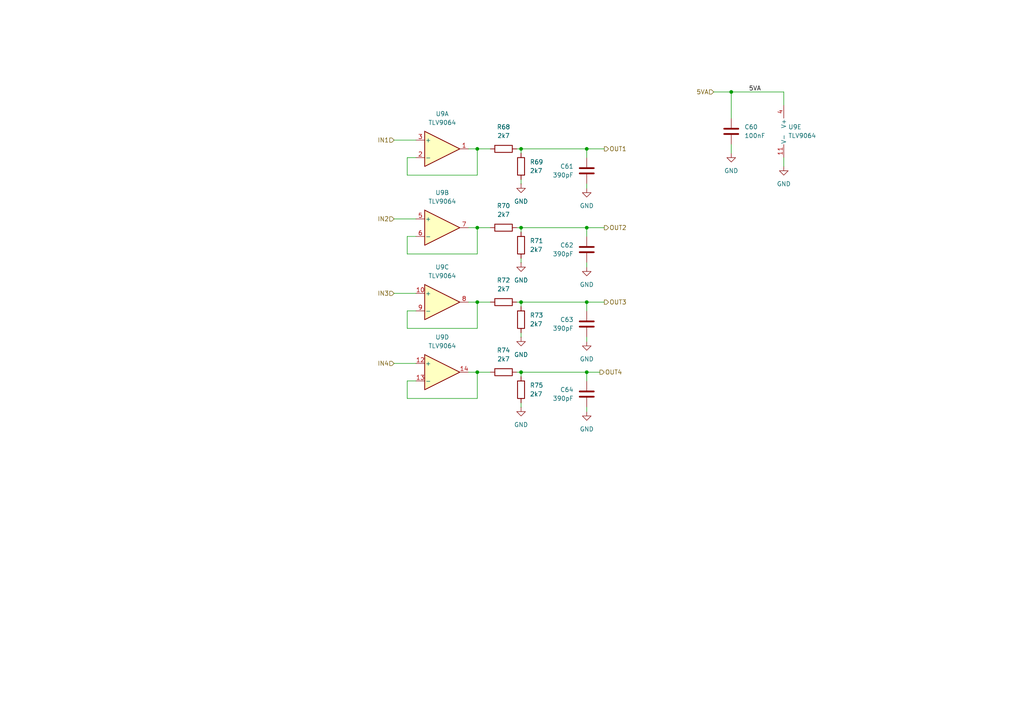
<source format=kicad_sch>
(kicad_sch (version 20231120) (generator "eeschema") (generator_version "8.0")
  (paper "A4")
  (lib_symbols
    (symbol "Amplifier_Operational:TLV9064" (pin_names (offset 0.127))
      (property "Reference" "U" (at 0 5.08 0))
      (property "Value" "TLV9064" (at 0 -5.08 0))
      (symbol "TLV9064_1_1"
        (polyline (pts (xy -5.08 5.08) (xy 5.08 0) (xy -5.08 -5.08) (xy -5.08 5.08)) (stroke (width 0.254)) (fill (type background)))
        (pin output line (at 7.62 0 180) (length 2.54) (name "~") (number "1"))
        (pin input line (at -7.62 -2.54 0) (length 2.54) (name "-") (number "2"))
        (pin input line (at -7.62 2.54 0) (length 2.54) (name "+") (number "3"))
      )
      (symbol "TLV9064_2_1"
        (polyline (pts (xy -5.08 5.08) (xy 5.08 0) (xy -5.08 -5.08) (xy -5.08 5.08)) (stroke (width 0.254)) (fill (type background)))
        (pin input line (at -7.62 2.54 0) (length 2.54) (name "+") (number "5"))
        (pin input line (at -7.62 -2.54 0) (length 2.54) (name "-") (number "6"))
        (pin output line (at 7.62 0 180) (length 2.54) (name "~") (number "7"))
      )
      (symbol "TLV9064_3_1"
        (polyline (pts (xy -5.08 5.08) (xy 5.08 0) (xy -5.08 -5.08) (xy -5.08 5.08)) (stroke (width 0.254)) (fill (type background)))
        (pin input line (at -7.62 2.54 0) (length 2.54) (name "+") (number "10"))
        (pin output line (at 7.62 0 180) (length 2.54) (name "~") (number "8"))
        (pin input line (at -7.62 -2.54 0) (length 2.54) (name "-") (number "9"))
      )
      (symbol "TLV9064_4_1"
        (polyline (pts (xy -5.08 5.08) (xy 5.08 0) (xy -5.08 -5.08) (xy -5.08 5.08)) (stroke (width 0.254)) (fill (type background)))
        (pin input line (at -7.62 2.54 0) (length 2.54) (name "+") (number "12"))
        (pin input line (at -7.62 -2.54 0) (length 2.54) (name "-") (number "13"))
        (pin output line (at 7.62 0 180) (length 2.54) (name "~") (number "14"))
      )
      (symbol "TLV9064_5_1"
        (pin power_in line (at -2.54 -7.62 90) (length 3.81) (name "V-") (number "11"))
        (pin power_in line (at -2.54 7.62 270) (length 3.81) (name "V+") (number "4"))
      )
    )
    (symbol "Device:C" (pin_numbers hide) (pin_names (offset 0.254))
      (property "Reference" "C" (at 0.635 2.54 0))
      (property "Value" "C" (at 0.635 -2.54 0))
      (symbol "C_0_1"
        (polyline (pts (xy -2.032 -0.762) (xy 2.032 -0.762)) (stroke (width 0.508)))
        (polyline (pts (xy -2.032 0.762) (xy 2.032 0.762)) (stroke (width 0.508)))
      )
      (symbol "C_1_1"
        (pin passive line (at 0 3.81 270) (length 2.794) (name "~") (number "1"))
        (pin passive line (at 0 -3.81 90) (length 2.794) (name "~") (number "2"))
      )
    )
    (symbol "Device:R" (pin_numbers hide) (pin_names (offset 0))
      (property "Reference" "R" (at 2.032 0 90))
      (property "Value" "R" (at 0 0 90))
      (symbol "R_0_1"
        (rectangle (start -1.016 -2.54) (end 1.016 2.54) (stroke (width 0.254)))
      )
      (symbol "R_1_1"
        (pin passive line (at 0 3.81 270) (length 1.27) (name "~") (number "1"))
        (pin passive line (at 0 -3.81 90) (length 1.27) (name "~") (number "2"))
      )
    )
    (symbol "power:GND" (power) (pin_numbers hide) (pin_names (offset 0) hide)
      (property "Value" "GND" (at 0 -3.81 0))
      (symbol "GND_0_1"
        (polyline (pts (xy 0 0) (xy 0 -1.27) (xy 1.27 -1.27) (xy 0 -2.54) (xy -1.27 -1.27) (xy 0 -1.27)))
      )
      (symbol "GND_1_1"
        (pin power_in line (at 0 0 270) (length 0) (name "~") (number "1"))
      )
    )
  )
  (junction (at 138.43 43.18))
  (junction (at 151.13 43.18))
  (junction (at 138.43 66.04))
  (junction (at 170.18 66.04))
  (junction (at 138.43 107.95))
  (junction (at 170.18 107.95))
  (junction (at 212.09 26.67))
  (junction (at 170.18 87.63))
  (junction (at 138.43 87.63))
  (junction (at 151.13 87.63))
  (junction (at 170.18 43.18))
  (junction (at 151.13 107.95))
  (junction (at 151.13 66.04))
  (wire (pts (xy 170.18 53.34) (xy 170.18 54.61)))
  (wire (pts (xy 118.11 73.66) (xy 138.43 73.66)))
  (wire (pts (xy 151.13 96.52) (xy 151.13 97.79)))
  (wire (pts (xy 138.43 87.63) (xy 135.89 87.63)))
  (wire (pts (xy 212.09 34.29) (xy 212.09 26.67)))
  (wire (pts (xy 170.18 76.2) (xy 170.18 77.47)))
  (wire (pts (xy 149.86 107.95) (xy 151.13 107.95)))
  (wire (pts (xy 170.18 118.11) (xy 170.18 119.38)))
  (wire (pts (xy 170.18 107.95) (xy 173.99 107.95)))
  (wire (pts (xy 151.13 66.04) (xy 151.13 67.31)))
  (wire (pts (xy 118.11 50.8) (xy 138.43 50.8)))
  (wire (pts (xy 118.11 95.25) (xy 138.43 95.25)))
  (wire (pts (xy 170.18 97.79) (xy 170.18 99.06)))
  (wire (pts (xy 138.43 107.95) (xy 142.24 107.95)))
  (wire (pts (xy 114.3 40.64) (xy 120.65 40.64)))
  (wire (pts (xy 138.43 107.95) (xy 135.89 107.95)))
  (wire (pts (xy 138.43 115.57) (xy 138.43 107.95)))
  (wire (pts (xy 138.43 50.8) (xy 138.43 43.18)))
  (wire (pts (xy 138.43 43.18) (xy 142.24 43.18)))
  (wire (pts (xy 138.43 66.04) (xy 135.89 66.04)))
  (wire (pts (xy 151.13 87.63) (xy 151.13 88.9)))
  (wire (pts (xy 212.09 26.67) (xy 227.33 26.67)))
  (wire (pts (xy 151.13 116.84) (xy 151.13 118.11)))
  (wire (pts (xy 114.3 105.41) (xy 120.65 105.41)))
  (wire (pts (xy 207.01 26.67) (xy 212.09 26.67)))
  (wire (pts (xy 151.13 66.04) (xy 170.18 66.04)))
  (wire (pts (xy 120.65 45.72) (xy 118.11 45.72)))
  (wire (pts (xy 118.11 90.17) (xy 118.11 95.25)))
  (wire (pts (xy 151.13 43.18) (xy 170.18 43.18)))
  (wire (pts (xy 114.3 85.09) (xy 120.65 85.09)))
  (wire (pts (xy 170.18 87.63) (xy 175.26 87.63)))
  (wire (pts (xy 170.18 66.04) (xy 170.18 68.58)))
  (wire (pts (xy 118.11 68.58) (xy 118.11 73.66)))
  (wire (pts (xy 170.18 66.04) (xy 175.26 66.04)))
  (wire (pts (xy 170.18 43.18) (xy 170.18 45.72)))
  (wire (pts (xy 118.11 45.72) (xy 118.11 50.8)))
  (wire (pts (xy 114.3 63.5) (xy 120.65 63.5)))
  (wire (pts (xy 170.18 87.63) (xy 170.18 90.17)))
  (wire (pts (xy 118.11 115.57) (xy 138.43 115.57)))
  (wire (pts (xy 149.86 43.18) (xy 151.13 43.18)))
  (wire (pts (xy 151.13 107.95) (xy 151.13 109.22)))
  (wire (pts (xy 151.13 52.07) (xy 151.13 53.34)))
  (wire (pts (xy 149.86 87.63) (xy 151.13 87.63)))
  (wire (pts (xy 138.43 73.66) (xy 138.43 66.04)))
  (wire (pts (xy 138.43 95.25) (xy 138.43 87.63)))
  (wire (pts (xy 120.65 110.49) (xy 118.11 110.49)))
  (wire (pts (xy 151.13 74.93) (xy 151.13 76.2)))
  (wire (pts (xy 151.13 43.18) (xy 151.13 44.45)))
  (wire (pts (xy 149.86 66.04) (xy 151.13 66.04)))
  (wire (pts (xy 120.65 68.58) (xy 118.11 68.58)))
  (wire (pts (xy 138.43 66.04) (xy 142.24 66.04)))
  (wire (pts (xy 151.13 107.95) (xy 170.18 107.95)))
  (wire (pts (xy 138.43 87.63) (xy 142.24 87.63)))
  (wire (pts (xy 227.33 26.67) (xy 227.33 30.48)))
  (wire (pts (xy 227.33 45.72) (xy 227.33 48.26)))
  (wire (pts (xy 138.43 43.18) (xy 135.89 43.18)))
  (wire (pts (xy 170.18 43.18) (xy 175.26 43.18)))
  (wire (pts (xy 120.65 90.17) (xy 118.11 90.17)))
  (wire (pts (xy 151.13 87.63) (xy 170.18 87.63)))
  (wire (pts (xy 212.09 41.91) (xy 212.09 44.45)))
  (wire (pts (xy 170.18 107.95) (xy 170.18 110.49)))
  (wire (pts (xy 118.11 110.49) (xy 118.11 115.57)))
  (label "5VA" (at 217.17 26.67 0))
  (hierarchical_label "IN4" (shape input) (at 114.3 105.41 180))
  (hierarchical_label "OUT4" (shape output) (at 173.99 107.95 0))
  (hierarchical_label "IN2" (shape input) (at 114.3 63.5 180))
  (hierarchical_label "IN3" (shape input) (at 114.3 85.09 180))
  (hierarchical_label "OUT3" (shape output) (at 175.26 87.63 0))
  (hierarchical_label "OUT1" (shape output) (at 175.26 43.18 0))
  (hierarchical_label "IN1" (shape input) (at 114.3 40.64 180))
  (hierarchical_label "5VA" (shape input) (at 207.01 26.67 180))
  (hierarchical_label "OUT2" (shape output) (at 175.26 66.04 0))
  (symbol (lib_id "Device:C") (at 170.18 49.53 0) (mirror y) (unit 1)
    (property "Reference" "C61" (at 166.37 48.26 0) (effects (justify left)))
    (property "Value" "390pF" (at 166.37 50.8 0) (effects (justify left)))
    (property "Footprint" "Capacitor_SMD:C_0402_1005Metric" (effects (hide yes)))
    (property "MPN" "GCM155R71H391KA37D" (effects (hide yes)))
    (instances (project "balefi" (path "" (reference "C61") (unit 1)) (path "" (reference "C33") (unit 1)) (path "" (reference "C38") (unit 1))))
  )
  (symbol (lib_id "Device:R") (at 151.13 48.26 180) (unit 1)
    (property "Reference" "R69" (at 153.67 46.99 0) (effects (justify right)))
    (property "Value" "2k7" (at 153.67 49.53 0) (effects (justify right)))
    (property "Footprint" "Resistor_SMD:R_0402_1005Metric" (effects (hide yes)))
    (property "MPN" "AC0402FR-072K7L" (effects (hide yes)))
    (instances (project "balefi" (path "" (reference "R69") (unit 1)) (path "" (reference "R37") (unit 1)) (path "" (reference "R45") (unit 1))))
  )
  (symbol (lib_id "Amplifier_Operational:TLV9064") (at 229.87 38.1 0) (unit 5)
    (property "Reference" "U9" (at 228.6 36.83 0) (effects (justify left)))
    (property "Value" "TLV9064" (at 228.6 39.37 0) (effects (justify left)))
    (property "Footprint" "Package_SO:TSSOP-14_4.4x5mm_P0.65mm" (effects (hide yes)))
    (property "Datasheet" "https://www.ti.com/lit/ds/symlink/tlv9064.pdf" (effects (hide yes)))
    (property "MPN" "TLV9064QPWRQ1" (effects (hide yes)))
    (instances (project "balefi" (path "" (reference "U9") (unit 5)) (path "" (reference "U5") (unit 5)) (path "" (reference "U6") (unit 5))))
  )
  (symbol (lib_id "Device:R") (at 146.05 107.95 90) (unit 1)
    (property "Reference" "R74" (at 146.05 101.6 90))
    (property "Value" "2k7" (at 146.05 104.14 90))
    (property "Footprint" "Resistor_SMD:R_0402_1005Metric" (effects (hide yes)))
    (property "MPN" "AC0402FR-072K7L" (effects (hide yes)))
    (instances (project "balefi" (path "" (reference "R74") (unit 1)) (path "" (reference "R42") (unit 1)) (path "" (reference "R50") (unit 1))))
  )
  (symbol (lib_id "power:GND") (at 151.13 97.79 0) (unit 1)
    (property "Reference" "#PWR0104" (effects (hide yes)))
    (property "Value" "GND" (at 151.13 102.87 0))
    (property "Description" "Power symbol creates a global label with name \"GND\" , ground" (effects (hide yes)))
    (instances (project "balefi" (path "" (reference "#PWR0104") (unit 1)) (path "" (reference "#PWR060") (unit 1)) (path "" (reference "#PWR070") (unit 1))))
  )
  (symbol (lib_id "Amplifier_Operational:TLV9064") (at 128.27 66.04 0) (unit 2)
    (property "Reference" "U9" (at 128.27 55.88 0))
    (property "Value" "TLV9064" (at 128.27 58.42 0))
    (property "Footprint" "Package_SO:TSSOP-14_4.4x5mm_P0.65mm" (effects (hide yes)))
    (property "Datasheet" "https://www.ti.com/lit/ds/symlink/tlv9064.pdf" (effects (hide yes)))
    (property "MPN" "TLV9064QPWRQ1" (effects (hide yes)))
    (instances (project "balefi" (path "" (reference "U9") (unit 2)) (path "" (reference "U5") (unit 2)) (path "" (reference "U6") (unit 2))))
  )
  (symbol (lib_id "Device:C") (at 170.18 93.98 0) (mirror y) (unit 1)
    (property "Reference" "C63" (at 166.37 92.71 0) (effects (justify left)))
    (property "Value" "390pF" (at 166.37 95.25 0) (effects (justify left)))
    (property "Footprint" "Capacitor_SMD:C_0402_1005Metric" (effects (hide yes)))
    (property "MPN" "GCM155R71H391KA37D" (effects (hide yes)))
    (instances (project "balefi" (path "" (reference "C63") (unit 1)) (path "" (reference "C35") (unit 1)) (path "" (reference "C40") (unit 1))))
  )
  (symbol (lib_id "Device:R") (at 146.05 43.18 90) (unit 1)
    (property "Reference" "R68" (at 146.05 36.83 90))
    (property "Value" "2k7" (at 146.05 39.37 90))
    (property "Footprint" "Resistor_SMD:R_0402_1005Metric" (effects (hide yes)))
    (property "MPN" "AC0402FR-072K7L" (effects (hide yes)))
    (instances (project "balefi" (path "" (reference "R68") (unit 1)) (path "" (reference "R36") (unit 1)) (path "" (reference "R44") (unit 1))))
  )
  (symbol (lib_id "power:GND") (at 151.13 53.34 0) (unit 1)
    (property "Reference" "#PWR0100" (effects (hide yes)))
    (property "Value" "GND" (at 151.13 58.42 0))
    (property "Description" "Power symbol creates a global label with name \"GND\" , ground" (effects (hide yes)))
    (instances (project "balefi" (path "" (reference "#PWR0100") (unit 1)) (path "" (reference "#PWR056") (unit 1)) (path "" (reference "#PWR066") (unit 1))))
  )
  (symbol (lib_id "Amplifier_Operational:TLV9064") (at 128.27 43.18 0) (unit 1)
    (property "Reference" "U9" (at 128.27 33.02 0))
    (property "Value" "TLV9064" (at 128.27 35.56 0))
    (property "Footprint" "Package_SO:TSSOP-14_4.4x5mm_P0.65mm" (effects (hide yes)))
    (property "Datasheet" "https://www.ti.com/lit/ds/symlink/tlv9064.pdf" (effects (hide yes)))
    (property "MPN" "TLV9064QPWRQ1" (effects (hide yes)))
    (instances (project "balefi" (path "" (reference "U9") (unit 1)) (path "" (reference "U5") (unit 1)) (path "" (reference "U6") (unit 1))))
  )
  (symbol (lib_id "Device:R") (at 151.13 92.71 180) (unit 1)
    (property "Reference" "R73" (at 153.67 91.44 0) (effects (justify right)))
    (property "Value" "2k7" (at 153.67 93.98 0) (effects (justify right)))
    (property "Footprint" "Resistor_SMD:R_0402_1005Metric" (effects (hide yes)))
    (property "MPN" "AC0402FR-072K7L" (effects (hide yes)))
    (instances (project "balefi" (path "" (reference "R73") (unit 1)) (path "" (reference "R41") (unit 1)) (path "" (reference "R49") (unit 1))))
  )
  (symbol (lib_id "Amplifier_Operational:TLV9064") (at 128.27 107.95 0) (unit 4)
    (property "Reference" "U9" (at 128.27 97.79 0))
    (property "Value" "TLV9064" (at 128.27 100.33 0))
    (property "Footprint" "Package_SO:TSSOP-14_4.4x5mm_P0.65mm" (effects (hide yes)))
    (property "Datasheet" "https://www.ti.com/lit/ds/symlink/tlv9064.pdf" (effects (hide yes)))
    (property "MPN" "TLV9064QPWRQ1" (effects (hide yes)))
    (instances (project "balefi" (path "" (reference "U9") (unit 4)) (path "" (reference "U5") (unit 4)) (path "" (reference "U6") (unit 4))))
  )
  (symbol (lib_id "Device:C") (at 170.18 72.39 0) (mirror y) (unit 1)
    (property "Reference" "C62" (at 166.37 71.12 0) (effects (justify left)))
    (property "Value" "390pF" (at 166.37 73.66 0) (effects (justify left)))
    (property "Footprint" "Capacitor_SMD:C_0402_1005Metric" (effects (hide yes)))
    (property "MPN" "GCM155R71H391KA37D" (effects (hide yes)))
    (instances (project "balefi" (path "" (reference "C62") (unit 1)) (path "" (reference "C34") (unit 1)) (path "" (reference "C39") (unit 1))))
  )
  (symbol (lib_id "Amplifier_Operational:TLV9064") (at 128.27 87.63 0) (unit 3)
    (property "Reference" "U9" (at 128.27 77.47 0))
    (property "Value" "TLV9064" (at 128.27 80.01 0))
    (property "Footprint" "Package_SO:TSSOP-14_4.4x5mm_P0.65mm" (effects (hide yes)))
    (property "Datasheet" "https://www.ti.com/lit/ds/symlink/tlv9064.pdf" (effects (hide yes)))
    (property "MPN" "TLV9064QPWRQ1" (effects (hide yes)))
    (instances (project "balefi" (path "" (reference "U9") (unit 3)) (path "" (reference "U5") (unit 3)) (path "" (reference "U6") (unit 3))))
  )
  (symbol (lib_id "power:GND") (at 170.18 77.47 0) (unit 1)
    (property "Reference" "#PWR0103" (effects (hide yes)))
    (property "Value" "GND" (at 170.18 82.55 0))
    (property "Description" "Power symbol creates a global label with name \"GND\" , ground" (effects (hide yes)))
    (instances (project "balefi" (path "" (reference "#PWR0103") (unit 1)) (path "" (reference "#PWR059") (unit 1)) (path "" (reference "#PWR069") (unit 1))))
  )
  (symbol (lib_id "power:GND") (at 151.13 118.11 0) (unit 1)
    (property "Reference" "#PWR0106" (effects (hide yes)))
    (property "Value" "GND" (at 151.13 123.19 0))
    (property "Description" "Power symbol creates a global label with name \"GND\" , ground" (effects (hide yes)))
    (instances (project "balefi" (path "" (reference "#PWR0106") (unit 1)) (path "" (reference "#PWR062") (unit 1)) (path "" (reference "#PWR072") (unit 1))))
  )
  (symbol (lib_id "power:GND") (at 212.09 44.45 0) (unit 1)
    (property "Reference" "#PWR098" (effects (hide yes)))
    (property "Value" "GND" (at 212.09 49.53 0))
    (property "Description" "Power symbol creates a global label with name \"GND\" , ground" (effects (hide yes)))
    (instances (project "balefi" (path "" (reference "#PWR098") (unit 1)) (path "" (reference "#PWR054") (unit 1)) (path "" (reference "#PWR064") (unit 1))))
  )
  (symbol (lib_id "Device:R") (at 151.13 113.03 180) (unit 1)
    (property "Reference" "R75" (at 153.67 111.76 0) (effects (justify right)))
    (property "Value" "2k7" (at 153.67 114.3 0) (effects (justify right)))
    (property "Footprint" "Resistor_SMD:R_0402_1005Metric" (effects (hide yes)))
    (property "MPN" "AC0402FR-072K7L" (effects (hide yes)))
    (instances (project "balefi" (path "" (reference "R75") (unit 1)) (path "" (reference "R43") (unit 1)) (path "" (reference "R51") (unit 1))))
  )
  (symbol (lib_id "power:GND") (at 170.18 119.38 0) (unit 1)
    (property "Reference" "#PWR0107" (effects (hide yes)))
    (property "Value" "GND" (at 170.18 124.46 0))
    (property "Description" "Power symbol creates a global label with name \"GND\" , ground" (effects (hide yes)))
    (instances (project "balefi" (path "" (reference "#PWR0107") (unit 1)) (path "" (reference "#PWR063") (unit 1)) (path "" (reference "#PWR073") (unit 1))))
  )
  (symbol (lib_id "Device:C") (at 170.18 114.3 0) (mirror y) (unit 1)
    (property "Reference" "C64" (at 166.37 113.03 0) (effects (justify left)))
    (property "Value" "390pF" (at 166.37 115.57 0) (effects (justify left)))
    (property "Footprint" "Capacitor_SMD:C_0402_1005Metric" (effects (hide yes)))
    (property "MPN" "GCM155R71H391KA37D" (effects (hide yes)))
    (instances (project "balefi" (path "" (reference "C64") (unit 1)) (path "" (reference "C36") (unit 1)) (path "" (reference "C41") (unit 1))))
  )
  (symbol (lib_id "Device:R") (at 146.05 87.63 90) (unit 1)
    (property "Reference" "R72" (at 146.05 81.28 90))
    (property "Value" "2k7" (at 146.05 83.82 90))
    (property "Footprint" "Resistor_SMD:R_0402_1005Metric" (effects (hide yes)))
    (property "MPN" "AC0402FR-072K7L" (effects (hide yes)))
    (instances (project "balefi" (path "" (reference "R72") (unit 1)) (path "" (reference "R40") (unit 1)) (path "" (reference "R48") (unit 1))))
  )
  (symbol (lib_id "power:GND") (at 227.33 48.26 0) (unit 1)
    (property "Reference" "#PWR099" (effects (hide yes)))
    (property "Value" "GND" (at 227.33 53.34 0))
    (property "Description" "Power symbol creates a global label with name \"GND\" , ground" (effects (hide yes)))
    (instances (project "balefi" (path "" (reference "#PWR099") (unit 1)) (path "" (reference "#PWR055") (unit 1)) (path "" (reference "#PWR065") (unit 1))))
  )
  (symbol (lib_id "Device:R") (at 151.13 71.12 180) (unit 1)
    (property "Reference" "R71" (at 153.67 69.85 0) (effects (justify right)))
    (property "Value" "2k7" (at 153.67 72.39 0) (effects (justify right)))
    (property "Footprint" "Resistor_SMD:R_0402_1005Metric" (effects (hide yes)))
    (property "MPN" "AC0402FR-072K7L" (effects (hide yes)))
    (instances (project "balefi" (path "" (reference "R71") (unit 1)) (path "" (reference "R39") (unit 1)) (path "" (reference "R47") (unit 1))))
  )
  (symbol (lib_id "power:GND") (at 170.18 54.61 0) (unit 1)
    (property "Reference" "#PWR0101" (effects (hide yes)))
    (property "Value" "GND" (at 170.18 59.69 0))
    (property "Description" "Power symbol creates a global label with name \"GND\" , ground" (effects (hide yes)))
    (instances (project "balefi" (path "" (reference "#PWR0101") (unit 1)) (path "" (reference "#PWR057") (unit 1)) (path "" (reference "#PWR067") (unit 1))))
  )
  (symbol (lib_id "Device:C") (at 212.09 38.1 0) (unit 1)
    (property "Reference" "C60" (at 215.9 36.83 0) (effects (justify left)))
    (property "Value" "100nF" (at 215.9 39.37 0) (effects (justify left)))
    (property "Footprint" "Capacitor_SMD:C_0402_1005Metric" (effects (hide yes)))
    (property "MPN" "CL05B104KB54PNC" (effects (hide yes)))
    (instances (project "balefi" (path "" (reference "C60") (unit 1)) (path "" (reference "C32") (unit 1)) (path "" (reference "C37") (unit 1))))
  )
  (symbol (lib_id "power:GND") (at 151.13 76.2 0) (unit 1)
    (property "Reference" "#PWR0102" (effects (hide yes)))
    (property "Value" "GND" (at 151.13 81.28 0))
    (property "Description" "Power symbol creates a global label with name \"GND\" , ground" (effects (hide yes)))
    (instances (project "balefi" (path "" (reference "#PWR0102") (unit 1)) (path "" (reference "#PWR058") (unit 1)) (path "" (reference "#PWR068") (unit 1))))
  )
  (symbol (lib_id "power:GND") (at 170.18 99.06 0) (unit 1)
    (property "Reference" "#PWR0105" (effects (hide yes)))
    (property "Value" "GND" (at 170.18 104.14 0))
    (property "Description" "Power symbol creates a global label with name \"GND\" , ground" (effects (hide yes)))
    (instances (project "balefi" (path "" (reference "#PWR0105") (unit 1)) (path "" (reference "#PWR061") (unit 1)) (path "" (reference "#PWR071") (unit 1))))
  )
  (symbol (lib_id "Device:R") (at 146.05 66.04 90) (unit 1)
    (property "Reference" "R70" (at 146.05 59.69 90))
    (property "Value" "2k7" (at 146.05 62.23 90))
    (property "Footprint" "Resistor_SMD:R_0402_1005Metric" (effects (hide yes)))
    (property "MPN" "AC0402FR-072K7L" (effects (hide yes)))
    (instances (project "balefi" (path "" (reference "R70") (unit 1)) (path "" (reference "R38") (unit 1)) (path "" (reference "R46") (unit 1))))
  )
)
</source>
